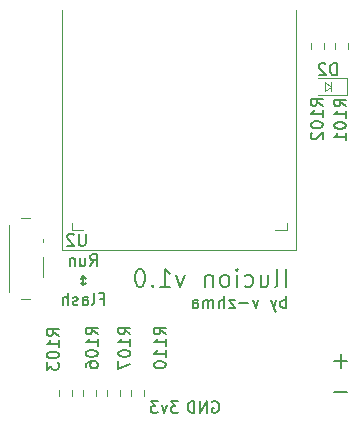
<source format=gbr>
%TF.GenerationSoftware,KiCad,Pcbnew,(5.1.9)-1*%
%TF.CreationDate,2021-12-28T23:28:00-05:00*%
%TF.ProjectId,vr15,76723135-2e6b-4696-9361-645f70636258,rev?*%
%TF.SameCoordinates,Original*%
%TF.FileFunction,Legend,Bot*%
%TF.FilePolarity,Positive*%
%FSLAX46Y46*%
G04 Gerber Fmt 4.6, Leading zero omitted, Abs format (unit mm)*
G04 Created by KiCad (PCBNEW (5.1.9)-1) date 2021-12-28 23:28:00*
%MOMM*%
%LPD*%
G01*
G04 APERTURE LIST*
%ADD10C,0.150000*%
%ADD11C,0.120000*%
G04 APERTURE END LIST*
D10*
X102028476Y-118070380D02*
X101409428Y-118070380D01*
X101742761Y-118451333D01*
X101599904Y-118451333D01*
X101504666Y-118498952D01*
X101457047Y-118546571D01*
X101409428Y-118641809D01*
X101409428Y-118879904D01*
X101457047Y-118975142D01*
X101504666Y-119022761D01*
X101599904Y-119070380D01*
X101885619Y-119070380D01*
X101980857Y-119022761D01*
X102028476Y-118975142D01*
X101076095Y-118403714D02*
X100838000Y-119070380D01*
X100599904Y-118403714D01*
X100314190Y-118070380D02*
X99695142Y-118070380D01*
X100028476Y-118451333D01*
X99885619Y-118451333D01*
X99790380Y-118498952D01*
X99742761Y-118546571D01*
X99695142Y-118641809D01*
X99695142Y-118879904D01*
X99742761Y-118975142D01*
X99790380Y-119022761D01*
X99885619Y-119070380D01*
X100171333Y-119070380D01*
X100266571Y-119022761D01*
X100314190Y-118975142D01*
X104901904Y-118118000D02*
X104997142Y-118070380D01*
X105140000Y-118070380D01*
X105282857Y-118118000D01*
X105378095Y-118213238D01*
X105425714Y-118308476D01*
X105473333Y-118498952D01*
X105473333Y-118641809D01*
X105425714Y-118832285D01*
X105378095Y-118927523D01*
X105282857Y-119022761D01*
X105140000Y-119070380D01*
X105044761Y-119070380D01*
X104901904Y-119022761D01*
X104854285Y-118975142D01*
X104854285Y-118641809D01*
X105044761Y-118641809D01*
X104425714Y-119070380D02*
X104425714Y-118070380D01*
X103854285Y-119070380D01*
X103854285Y-118070380D01*
X103378095Y-119070380D02*
X103378095Y-118070380D01*
X103140000Y-118070380D01*
X102997142Y-118118000D01*
X102901904Y-118213238D01*
X102854285Y-118308476D01*
X102806666Y-118498952D01*
X102806666Y-118641809D01*
X102854285Y-118832285D01*
X102901904Y-118927523D01*
X102997142Y-119022761D01*
X103140000Y-119070380D01*
X103378095Y-119070380D01*
X94575238Y-106625380D02*
X94908571Y-106149190D01*
X95146666Y-106625380D02*
X95146666Y-105625380D01*
X94765714Y-105625380D01*
X94670476Y-105673000D01*
X94622857Y-105720619D01*
X94575238Y-105815857D01*
X94575238Y-105958714D01*
X94622857Y-106053952D01*
X94670476Y-106101571D01*
X94765714Y-106149190D01*
X95146666Y-106149190D01*
X93718095Y-105958714D02*
X93718095Y-106625380D01*
X94146666Y-105958714D02*
X94146666Y-106482523D01*
X94099047Y-106577761D01*
X94003809Y-106625380D01*
X93860952Y-106625380D01*
X93765714Y-106577761D01*
X93718095Y-106530142D01*
X93241904Y-105958714D02*
X93241904Y-106625380D01*
X93241904Y-106053952D02*
X93194285Y-106006333D01*
X93099047Y-105958714D01*
X92956190Y-105958714D01*
X92860952Y-106006333D01*
X92813333Y-106101571D01*
X92813333Y-106625380D01*
X93980000Y-108275380D02*
X93980000Y-107513476D01*
X94170476Y-107703952D02*
X93980000Y-107513476D01*
X93789523Y-107703952D01*
X93789523Y-108084904D02*
X93980000Y-108275380D01*
X94170476Y-108084904D01*
X95408571Y-109401571D02*
X95741904Y-109401571D01*
X95741904Y-109925380D02*
X95741904Y-108925380D01*
X95265714Y-108925380D01*
X94741904Y-109925380D02*
X94837142Y-109877761D01*
X94884761Y-109782523D01*
X94884761Y-108925380D01*
X93932380Y-109925380D02*
X93932380Y-109401571D01*
X93980000Y-109306333D01*
X94075238Y-109258714D01*
X94265714Y-109258714D01*
X94360952Y-109306333D01*
X93932380Y-109877761D02*
X94027619Y-109925380D01*
X94265714Y-109925380D01*
X94360952Y-109877761D01*
X94408571Y-109782523D01*
X94408571Y-109687285D01*
X94360952Y-109592047D01*
X94265714Y-109544428D01*
X94027619Y-109544428D01*
X93932380Y-109496809D01*
X93503809Y-109877761D02*
X93408571Y-109925380D01*
X93218095Y-109925380D01*
X93122857Y-109877761D01*
X93075238Y-109782523D01*
X93075238Y-109734904D01*
X93122857Y-109639666D01*
X93218095Y-109592047D01*
X93360952Y-109592047D01*
X93456190Y-109544428D01*
X93503809Y-109449190D01*
X93503809Y-109401571D01*
X93456190Y-109306333D01*
X93360952Y-109258714D01*
X93218095Y-109258714D01*
X93122857Y-109306333D01*
X92646666Y-109925380D02*
X92646666Y-108925380D01*
X92218095Y-109925380D02*
X92218095Y-109401571D01*
X92265714Y-109306333D01*
X92360952Y-109258714D01*
X92503809Y-109258714D01*
X92599047Y-109306333D01*
X92646666Y-109353952D01*
X116331928Y-117264642D02*
X115189071Y-117264642D01*
X116331928Y-114661142D02*
X115189071Y-114661142D01*
X115760500Y-115232571D02*
X115760500Y-114089714D01*
X111140380Y-110180380D02*
X111140380Y-109180380D01*
X111140380Y-109561333D02*
X111045142Y-109513714D01*
X110854666Y-109513714D01*
X110759428Y-109561333D01*
X110711809Y-109608952D01*
X110664190Y-109704190D01*
X110664190Y-109989904D01*
X110711809Y-110085142D01*
X110759428Y-110132761D01*
X110854666Y-110180380D01*
X111045142Y-110180380D01*
X111140380Y-110132761D01*
X110330857Y-109513714D02*
X110092761Y-110180380D01*
X109854666Y-109513714D02*
X110092761Y-110180380D01*
X110188000Y-110418476D01*
X110235619Y-110466095D01*
X110330857Y-110513714D01*
X108807047Y-109513714D02*
X108568952Y-110180380D01*
X108330857Y-109513714D01*
X107949904Y-109799428D02*
X107188000Y-109799428D01*
X106807047Y-109513714D02*
X106283238Y-109513714D01*
X106807047Y-110180380D01*
X106283238Y-110180380D01*
X105902285Y-110180380D02*
X105902285Y-109180380D01*
X105473714Y-110180380D02*
X105473714Y-109656571D01*
X105521333Y-109561333D01*
X105616571Y-109513714D01*
X105759428Y-109513714D01*
X105854666Y-109561333D01*
X105902285Y-109608952D01*
X104997523Y-110180380D02*
X104997523Y-109513714D01*
X104997523Y-109608952D02*
X104949904Y-109561333D01*
X104854666Y-109513714D01*
X104711809Y-109513714D01*
X104616571Y-109561333D01*
X104568952Y-109656571D01*
X104568952Y-110180380D01*
X104568952Y-109656571D02*
X104521333Y-109561333D01*
X104426095Y-109513714D01*
X104283238Y-109513714D01*
X104188000Y-109561333D01*
X104140380Y-109656571D01*
X104140380Y-110180380D01*
X103235619Y-110180380D02*
X103235619Y-109656571D01*
X103283238Y-109561333D01*
X103378476Y-109513714D01*
X103568952Y-109513714D01*
X103664190Y-109561333D01*
X103235619Y-110132761D02*
X103330857Y-110180380D01*
X103568952Y-110180380D01*
X103664190Y-110132761D01*
X103711809Y-110037523D01*
X103711809Y-109942285D01*
X103664190Y-109847047D01*
X103568952Y-109799428D01*
X103330857Y-109799428D01*
X103235619Y-109751809D01*
X111132142Y-108374571D02*
X111132142Y-106874571D01*
X110203571Y-108374571D02*
X110346428Y-108303142D01*
X110417857Y-108160285D01*
X110417857Y-106874571D01*
X108989285Y-107374571D02*
X108989285Y-108374571D01*
X109632142Y-107374571D02*
X109632142Y-108160285D01*
X109560714Y-108303142D01*
X109417857Y-108374571D01*
X109203571Y-108374571D01*
X109060714Y-108303142D01*
X108989285Y-108231714D01*
X107632142Y-108303142D02*
X107775000Y-108374571D01*
X108060714Y-108374571D01*
X108203571Y-108303142D01*
X108275000Y-108231714D01*
X108346428Y-108088857D01*
X108346428Y-107660285D01*
X108275000Y-107517428D01*
X108203571Y-107446000D01*
X108060714Y-107374571D01*
X107775000Y-107374571D01*
X107632142Y-107446000D01*
X106989285Y-108374571D02*
X106989285Y-107374571D01*
X106989285Y-106874571D02*
X107060714Y-106946000D01*
X106989285Y-107017428D01*
X106917857Y-106946000D01*
X106989285Y-106874571D01*
X106989285Y-107017428D01*
X106060714Y-108374571D02*
X106203571Y-108303142D01*
X106275000Y-108231714D01*
X106346428Y-108088857D01*
X106346428Y-107660285D01*
X106275000Y-107517428D01*
X106203571Y-107446000D01*
X106060714Y-107374571D01*
X105846428Y-107374571D01*
X105703571Y-107446000D01*
X105632142Y-107517428D01*
X105560714Y-107660285D01*
X105560714Y-108088857D01*
X105632142Y-108231714D01*
X105703571Y-108303142D01*
X105846428Y-108374571D01*
X106060714Y-108374571D01*
X104917857Y-107374571D02*
X104917857Y-108374571D01*
X104917857Y-107517428D02*
X104846428Y-107446000D01*
X104703571Y-107374571D01*
X104489285Y-107374571D01*
X104346428Y-107446000D01*
X104275000Y-107588857D01*
X104275000Y-108374571D01*
X102560714Y-107374571D02*
X102203571Y-108374571D01*
X101846428Y-107374571D01*
X100489285Y-108374571D02*
X101346428Y-108374571D01*
X100917857Y-108374571D02*
X100917857Y-106874571D01*
X101060714Y-107088857D01*
X101203571Y-107231714D01*
X101346428Y-107303142D01*
X99846428Y-108231714D02*
X99775000Y-108303142D01*
X99846428Y-108374571D01*
X99917857Y-108303142D01*
X99846428Y-108231714D01*
X99846428Y-108374571D01*
X98846428Y-106874571D02*
X98703571Y-106874571D01*
X98560714Y-106946000D01*
X98489285Y-107017428D01*
X98417857Y-107160285D01*
X98346428Y-107446000D01*
X98346428Y-107803142D01*
X98417857Y-108088857D01*
X98489285Y-108231714D01*
X98560714Y-108303142D01*
X98703571Y-108374571D01*
X98846428Y-108374571D01*
X98989285Y-108303142D01*
X99060714Y-108231714D01*
X99132142Y-108088857D01*
X99203571Y-107803142D01*
X99203571Y-107446000D01*
X99132142Y-107160285D01*
X99060714Y-107017428D01*
X98989285Y-106946000D01*
X98846428Y-106874571D01*
D11*
X112014000Y-105283000D02*
X112014000Y-84963000D01*
X92202000Y-105283000D02*
X112014000Y-105283000D01*
X92202000Y-84963000D02*
X92202000Y-105283000D01*
%TO.C,SW101*%
X88713400Y-102518800D02*
X89503400Y-102518800D01*
X89503400Y-109418800D02*
X88713400Y-109418800D01*
X90553400Y-107568800D02*
X90553400Y-105868800D01*
X87703400Y-108818800D02*
X87703400Y-103118800D01*
X90553400Y-104568800D02*
X90553400Y-104368800D01*
%TO.C,D2*%
X116341000Y-92175000D02*
X113881000Y-92175000D01*
X116341000Y-90705000D02*
X116341000Y-92175000D01*
X113881000Y-90705000D02*
X116341000Y-90705000D01*
X114935000Y-91821000D02*
X114935000Y-91059000D01*
X114935000Y-91440000D02*
X114427000Y-91059000D01*
X114427000Y-91821000D02*
X114427000Y-91059000D01*
X114427000Y-91059000D02*
X114427000Y-91821000D01*
X114427000Y-91821000D02*
X114935000Y-91440000D01*
%TO.C,U2*%
X111228000Y-102953000D02*
X111228000Y-103573000D01*
X111228000Y-103573000D02*
X110228000Y-103573000D01*
X92988000Y-102953000D02*
X92988000Y-103573000D01*
X92988000Y-103573000D02*
X93988000Y-103573000D01*
%TO.C,R101*%
X116346500Y-88289224D02*
X116346500Y-87779776D01*
X115301500Y-88289224D02*
X115301500Y-87779776D01*
%TO.C,R110*%
X98029500Y-117093276D02*
X98029500Y-117602724D01*
X99074500Y-117093276D02*
X99074500Y-117602724D01*
%TO.C,R107*%
X95997500Y-117093276D02*
X95997500Y-117602724D01*
X97042500Y-117093276D02*
X97042500Y-117602724D01*
%TO.C,R106*%
X93965500Y-117093276D02*
X93965500Y-117602724D01*
X95010500Y-117093276D02*
X95010500Y-117602724D01*
%TO.C,R103*%
X91933500Y-117093276D02*
X91933500Y-117602724D01*
X92978500Y-117093276D02*
X92978500Y-117602724D01*
%TO.C,R102*%
X113269500Y-87756276D02*
X113269500Y-88265724D01*
X114314500Y-87756276D02*
X114314500Y-88265724D01*
%TO.C,D2*%
D10*
X115419095Y-90462380D02*
X115419095Y-89462380D01*
X115181000Y-89462380D01*
X115038142Y-89510000D01*
X114942904Y-89605238D01*
X114895285Y-89700476D01*
X114847666Y-89890952D01*
X114847666Y-90033809D01*
X114895285Y-90224285D01*
X114942904Y-90319523D01*
X115038142Y-90414761D01*
X115181000Y-90462380D01*
X115419095Y-90462380D01*
X114466714Y-89557619D02*
X114419095Y-89510000D01*
X114323857Y-89462380D01*
X114085761Y-89462380D01*
X113990523Y-89510000D01*
X113942904Y-89557619D01*
X113895285Y-89652857D01*
X113895285Y-89748095D01*
X113942904Y-89890952D01*
X114514333Y-90462380D01*
X113895285Y-90462380D01*
%TO.C,U2*%
X94170404Y-103909880D02*
X94170404Y-104719404D01*
X94122785Y-104814642D01*
X94075166Y-104862261D01*
X93979928Y-104909880D01*
X93789452Y-104909880D01*
X93694214Y-104862261D01*
X93646595Y-104814642D01*
X93598976Y-104719404D01*
X93598976Y-103909880D01*
X93170404Y-104005119D02*
X93122785Y-103957500D01*
X93027547Y-103909880D01*
X92789452Y-103909880D01*
X92694214Y-103957500D01*
X92646595Y-104005119D01*
X92598976Y-104100357D01*
X92598976Y-104195595D01*
X92646595Y-104338452D01*
X93218023Y-104909880D01*
X92598976Y-104909880D01*
%TO.C,R101*%
X116212880Y-93114952D02*
X115736690Y-92781619D01*
X116212880Y-92543523D02*
X115212880Y-92543523D01*
X115212880Y-92924476D01*
X115260500Y-93019714D01*
X115308119Y-93067333D01*
X115403357Y-93114952D01*
X115546214Y-93114952D01*
X115641452Y-93067333D01*
X115689071Y-93019714D01*
X115736690Y-92924476D01*
X115736690Y-92543523D01*
X116212880Y-94067333D02*
X116212880Y-93495904D01*
X116212880Y-93781619D02*
X115212880Y-93781619D01*
X115355738Y-93686380D01*
X115450976Y-93591142D01*
X115498595Y-93495904D01*
X115212880Y-94686380D02*
X115212880Y-94781619D01*
X115260500Y-94876857D01*
X115308119Y-94924476D01*
X115403357Y-94972095D01*
X115593833Y-95019714D01*
X115831928Y-95019714D01*
X116022404Y-94972095D01*
X116117642Y-94924476D01*
X116165261Y-94876857D01*
X116212880Y-94781619D01*
X116212880Y-94686380D01*
X116165261Y-94591142D01*
X116117642Y-94543523D01*
X116022404Y-94495904D01*
X115831928Y-94448285D01*
X115593833Y-94448285D01*
X115403357Y-94495904D01*
X115308119Y-94543523D01*
X115260500Y-94591142D01*
X115212880Y-94686380D01*
X116212880Y-95972095D02*
X116212880Y-95400666D01*
X116212880Y-95686380D02*
X115212880Y-95686380D01*
X115355738Y-95591142D01*
X115450976Y-95495904D01*
X115498595Y-95400666D01*
%TO.C,R110*%
X100952380Y-112418952D02*
X100476190Y-112085619D01*
X100952380Y-111847523D02*
X99952380Y-111847523D01*
X99952380Y-112228476D01*
X100000000Y-112323714D01*
X100047619Y-112371333D01*
X100142857Y-112418952D01*
X100285714Y-112418952D01*
X100380952Y-112371333D01*
X100428571Y-112323714D01*
X100476190Y-112228476D01*
X100476190Y-111847523D01*
X100952380Y-113371333D02*
X100952380Y-112799904D01*
X100952380Y-113085619D02*
X99952380Y-113085619D01*
X100095238Y-112990380D01*
X100190476Y-112895142D01*
X100238095Y-112799904D01*
X100952380Y-114323714D02*
X100952380Y-113752285D01*
X100952380Y-114038000D02*
X99952380Y-114038000D01*
X100095238Y-113942761D01*
X100190476Y-113847523D01*
X100238095Y-113752285D01*
X99952380Y-114942761D02*
X99952380Y-115038000D01*
X100000000Y-115133238D01*
X100047619Y-115180857D01*
X100142857Y-115228476D01*
X100333333Y-115276095D01*
X100571428Y-115276095D01*
X100761904Y-115228476D01*
X100857142Y-115180857D01*
X100904761Y-115133238D01*
X100952380Y-115038000D01*
X100952380Y-114942761D01*
X100904761Y-114847523D01*
X100857142Y-114799904D01*
X100761904Y-114752285D01*
X100571428Y-114704666D01*
X100333333Y-114704666D01*
X100142857Y-114752285D01*
X100047619Y-114799904D01*
X100000000Y-114847523D01*
X99952380Y-114942761D01*
%TO.C,R107*%
X97952380Y-112418952D02*
X97476190Y-112085619D01*
X97952380Y-111847523D02*
X96952380Y-111847523D01*
X96952380Y-112228476D01*
X97000000Y-112323714D01*
X97047619Y-112371333D01*
X97142857Y-112418952D01*
X97285714Y-112418952D01*
X97380952Y-112371333D01*
X97428571Y-112323714D01*
X97476190Y-112228476D01*
X97476190Y-111847523D01*
X97952380Y-113371333D02*
X97952380Y-112799904D01*
X97952380Y-113085619D02*
X96952380Y-113085619D01*
X97095238Y-112990380D01*
X97190476Y-112895142D01*
X97238095Y-112799904D01*
X96952380Y-113990380D02*
X96952380Y-114085619D01*
X97000000Y-114180857D01*
X97047619Y-114228476D01*
X97142857Y-114276095D01*
X97333333Y-114323714D01*
X97571428Y-114323714D01*
X97761904Y-114276095D01*
X97857142Y-114228476D01*
X97904761Y-114180857D01*
X97952380Y-114085619D01*
X97952380Y-113990380D01*
X97904761Y-113895142D01*
X97857142Y-113847523D01*
X97761904Y-113799904D01*
X97571428Y-113752285D01*
X97333333Y-113752285D01*
X97142857Y-113799904D01*
X97047619Y-113847523D01*
X97000000Y-113895142D01*
X96952380Y-113990380D01*
X96952380Y-114657047D02*
X96952380Y-115323714D01*
X97952380Y-114895142D01*
%TO.C,R106*%
X95194380Y-112418952D02*
X94718190Y-112085619D01*
X95194380Y-111847523D02*
X94194380Y-111847523D01*
X94194380Y-112228476D01*
X94242000Y-112323714D01*
X94289619Y-112371333D01*
X94384857Y-112418952D01*
X94527714Y-112418952D01*
X94622952Y-112371333D01*
X94670571Y-112323714D01*
X94718190Y-112228476D01*
X94718190Y-111847523D01*
X95194380Y-113371333D02*
X95194380Y-112799904D01*
X95194380Y-113085619D02*
X94194380Y-113085619D01*
X94337238Y-112990380D01*
X94432476Y-112895142D01*
X94480095Y-112799904D01*
X94194380Y-113990380D02*
X94194380Y-114085619D01*
X94242000Y-114180857D01*
X94289619Y-114228476D01*
X94384857Y-114276095D01*
X94575333Y-114323714D01*
X94813428Y-114323714D01*
X95003904Y-114276095D01*
X95099142Y-114228476D01*
X95146761Y-114180857D01*
X95194380Y-114085619D01*
X95194380Y-113990380D01*
X95146761Y-113895142D01*
X95099142Y-113847523D01*
X95003904Y-113799904D01*
X94813428Y-113752285D01*
X94575333Y-113752285D01*
X94384857Y-113799904D01*
X94289619Y-113847523D01*
X94242000Y-113895142D01*
X94194380Y-113990380D01*
X94194380Y-115180857D02*
X94194380Y-114990380D01*
X94242000Y-114895142D01*
X94289619Y-114847523D01*
X94432476Y-114752285D01*
X94622952Y-114704666D01*
X95003904Y-114704666D01*
X95099142Y-114752285D01*
X95146761Y-114799904D01*
X95194380Y-114895142D01*
X95194380Y-115085619D01*
X95146761Y-115180857D01*
X95099142Y-115228476D01*
X95003904Y-115276095D01*
X94765809Y-115276095D01*
X94670571Y-115228476D01*
X94622952Y-115180857D01*
X94575333Y-115085619D01*
X94575333Y-114895142D01*
X94622952Y-114799904D01*
X94670571Y-114752285D01*
X94765809Y-114704666D01*
%TO.C,R103*%
X91892380Y-112545952D02*
X91416190Y-112212619D01*
X91892380Y-111974523D02*
X90892380Y-111974523D01*
X90892380Y-112355476D01*
X90940000Y-112450714D01*
X90987619Y-112498333D01*
X91082857Y-112545952D01*
X91225714Y-112545952D01*
X91320952Y-112498333D01*
X91368571Y-112450714D01*
X91416190Y-112355476D01*
X91416190Y-111974523D01*
X91892380Y-113498333D02*
X91892380Y-112926904D01*
X91892380Y-113212619D02*
X90892380Y-113212619D01*
X91035238Y-113117380D01*
X91130476Y-113022142D01*
X91178095Y-112926904D01*
X90892380Y-114117380D02*
X90892380Y-114212619D01*
X90940000Y-114307857D01*
X90987619Y-114355476D01*
X91082857Y-114403095D01*
X91273333Y-114450714D01*
X91511428Y-114450714D01*
X91701904Y-114403095D01*
X91797142Y-114355476D01*
X91844761Y-114307857D01*
X91892380Y-114212619D01*
X91892380Y-114117380D01*
X91844761Y-114022142D01*
X91797142Y-113974523D01*
X91701904Y-113926904D01*
X91511428Y-113879285D01*
X91273333Y-113879285D01*
X91082857Y-113926904D01*
X90987619Y-113974523D01*
X90940000Y-114022142D01*
X90892380Y-114117380D01*
X90892380Y-114784047D02*
X90892380Y-115403095D01*
X91273333Y-115069761D01*
X91273333Y-115212619D01*
X91320952Y-115307857D01*
X91368571Y-115355476D01*
X91463809Y-115403095D01*
X91701904Y-115403095D01*
X91797142Y-115355476D01*
X91844761Y-115307857D01*
X91892380Y-115212619D01*
X91892380Y-114926904D01*
X91844761Y-114831666D01*
X91797142Y-114784047D01*
%TO.C,R102*%
X114244380Y-93051452D02*
X113768190Y-92718119D01*
X114244380Y-92480023D02*
X113244380Y-92480023D01*
X113244380Y-92860976D01*
X113292000Y-92956214D01*
X113339619Y-93003833D01*
X113434857Y-93051452D01*
X113577714Y-93051452D01*
X113672952Y-93003833D01*
X113720571Y-92956214D01*
X113768190Y-92860976D01*
X113768190Y-92480023D01*
X114244380Y-94003833D02*
X114244380Y-93432404D01*
X114244380Y-93718119D02*
X113244380Y-93718119D01*
X113387238Y-93622880D01*
X113482476Y-93527642D01*
X113530095Y-93432404D01*
X113244380Y-94622880D02*
X113244380Y-94718119D01*
X113292000Y-94813357D01*
X113339619Y-94860976D01*
X113434857Y-94908595D01*
X113625333Y-94956214D01*
X113863428Y-94956214D01*
X114053904Y-94908595D01*
X114149142Y-94860976D01*
X114196761Y-94813357D01*
X114244380Y-94718119D01*
X114244380Y-94622880D01*
X114196761Y-94527642D01*
X114149142Y-94480023D01*
X114053904Y-94432404D01*
X113863428Y-94384785D01*
X113625333Y-94384785D01*
X113434857Y-94432404D01*
X113339619Y-94480023D01*
X113292000Y-94527642D01*
X113244380Y-94622880D01*
X113339619Y-95337166D02*
X113292000Y-95384785D01*
X113244380Y-95480023D01*
X113244380Y-95718119D01*
X113292000Y-95813357D01*
X113339619Y-95860976D01*
X113434857Y-95908595D01*
X113530095Y-95908595D01*
X113672952Y-95860976D01*
X114244380Y-95289547D01*
X114244380Y-95908595D01*
%TD*%
M02*

</source>
